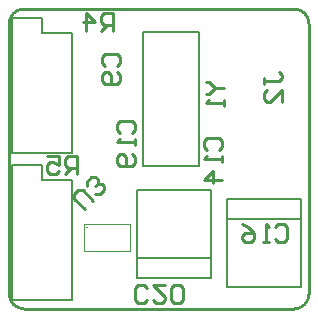
<source format=gbo>
G04 Layer_Color=32896*
%FSLAX44Y44*%
%MOMM*%
G71*
G01*
G75*
%ADD29C,0.2540*%
%ADD30C,0.2000*%
%ADD66C,0.0500*%
D29*
X64113Y84477D02*
X55135Y93455D01*
Y97045D01*
X58726Y100636D01*
X62317D01*
X71295Y91659D01*
X73090Y97045D02*
X76681D01*
X80272Y100636D01*
Y104227D01*
X78477Y106023D01*
X74886D01*
X73090Y104227D01*
X74886Y106023D01*
Y109614D01*
X73090Y111409D01*
X69499D01*
X65908Y107818D01*
Y104227D01*
X116837Y7624D02*
X114298Y5085D01*
X109219D01*
X106680Y7624D01*
Y17781D01*
X109219Y20320D01*
X114298D01*
X116837Y17781D01*
X132072Y20320D02*
X121915D01*
X132072Y10163D01*
Y7624D01*
X129533Y5085D01*
X124454D01*
X121915Y7624D01*
X137150D02*
X139689Y5085D01*
X144768D01*
X147307Y7624D01*
Y17781D01*
X144768Y20320D01*
X139689D01*
X137150Y17781D01*
Y7624D01*
X93984Y148593D02*
X91445Y151132D01*
Y156211D01*
X93984Y158750D01*
X104141D01*
X106680Y156211D01*
Y151132D01*
X104141Y148593D01*
X106680Y143515D02*
Y138437D01*
Y140976D01*
X91445D01*
X93984Y143515D01*
X104141Y130819D02*
X106680Y128280D01*
Y123202D01*
X104141Y120662D01*
X93984D01*
X91445Y123202D01*
Y128280D01*
X93984Y130819D01*
X96523D01*
X99062Y128280D01*
Y120662D01*
X166375Y191770D02*
X168914D01*
X173993Y186692D01*
X168914Y181613D01*
X166375D01*
X173993Y186692D02*
X181610D01*
Y176535D02*
Y171457D01*
Y173996D01*
X166375D01*
X168914Y176535D01*
X57150Y114300D02*
Y129535D01*
X49532D01*
X46993Y126996D01*
Y121917D01*
X49532Y119378D01*
X57150D01*
X52072D02*
X46993Y114300D01*
X31758Y129535D02*
X41915D01*
Y121917D01*
X36837Y124457D01*
X34297D01*
X31758Y121917D01*
Y116839D01*
X34297Y114300D01*
X39376D01*
X41915Y116839D01*
X87630Y234950D02*
Y250185D01*
X80013D01*
X77473Y247646D01*
Y242568D01*
X80013Y240028D01*
X87630D01*
X82552D02*
X77473Y234950D01*
X64777D02*
Y250185D01*
X72395Y242568D01*
X62238D01*
X225012Y69617D02*
X227552Y72156D01*
X232630D01*
X235169Y69617D01*
Y59460D01*
X232630Y56921D01*
X227552D01*
X225012Y59460D01*
X219934Y56921D02*
X214856D01*
X217395D01*
Y72156D01*
X219934Y69617D01*
X197082Y72156D02*
X202160Y69617D01*
X207238Y64539D01*
Y59460D01*
X204699Y56921D01*
X199621D01*
X197082Y59460D01*
Y62000D01*
X199621Y64539D01*
X207238D01*
X167644Y134623D02*
X165105Y137163D01*
Y142241D01*
X167644Y144780D01*
X177801D01*
X180340Y142241D01*
Y137163D01*
X177801Y134623D01*
X180340Y129545D02*
Y124467D01*
Y127006D01*
X165105D01*
X167644Y129545D01*
X180340Y109232D02*
X165105D01*
X172722Y116849D01*
Y106692D01*
X81284Y205743D02*
X78745Y208283D01*
Y213361D01*
X81284Y215900D01*
X91441D01*
X93980Y213361D01*
Y208283D01*
X91441Y205743D01*
Y200665D02*
X93980Y198126D01*
Y193047D01*
X91441Y190508D01*
X81284D01*
X78745Y193047D01*
Y198126D01*
X81284Y200665D01*
X83823D01*
X86362Y198126D01*
Y190508D01*
X215905Y190503D02*
Y195582D01*
Y193043D01*
X228601D01*
X231140Y195582D01*
Y198121D01*
X228601Y200660D01*
X231140Y175268D02*
Y185425D01*
X220983Y175268D01*
X218444D01*
X215905Y177807D01*
Y182886D01*
X218444Y185425D01*
X12700Y254000D02*
G03*
X0Y241300I0J-12700D01*
G01*
X254000D02*
G03*
X241300Y254000I-12700J0D01*
G01*
Y0D02*
G03*
X254000Y12700I0J12700D01*
G01*
X0D02*
G03*
X12700Y0I12700J0D01*
G01*
X0Y130810D02*
Y241300D01*
X12700Y254000D02*
X241300D01*
X254000Y12700D02*
Y241300D01*
X12700Y0D02*
X241300D01*
X0Y12700D02*
Y132080D01*
D30*
X66150Y69010D02*
G03*
X66150Y69010I-100J0D01*
G01*
X113660Y120800D02*
X160660D01*
Y120800D02*
Y234800D01*
X113660D02*
X160660D01*
X113660Y120800D02*
Y234800D01*
X184900Y75880D02*
X246900D01*
X184900Y18880D02*
X246900D01*
Y92880D01*
X184900D02*
X246900D01*
X184900Y18880D02*
Y92880D01*
X108700Y43480D02*
X170700D01*
X108700Y100480D02*
X170700D01*
X108700Y26480D02*
Y100480D01*
Y26480D02*
X170700D01*
Y100480D01*
X2540Y132080D02*
X53340D01*
X2540D02*
Y246380D01*
X27940D01*
Y233680D02*
Y246380D01*
Y233680D02*
X53340D01*
Y132080D02*
Y233680D01*
X2540Y7620D02*
X53340D01*
X2540D02*
Y121920D01*
X27940D01*
Y109220D02*
Y121920D01*
Y109220D02*
X53340D01*
Y7620D02*
Y109220D01*
D66*
X63050Y49010D02*
Y72010D01*
Y49010D02*
X102050D01*
Y72010D01*
X63050D02*
X102050D01*
M02*

</source>
